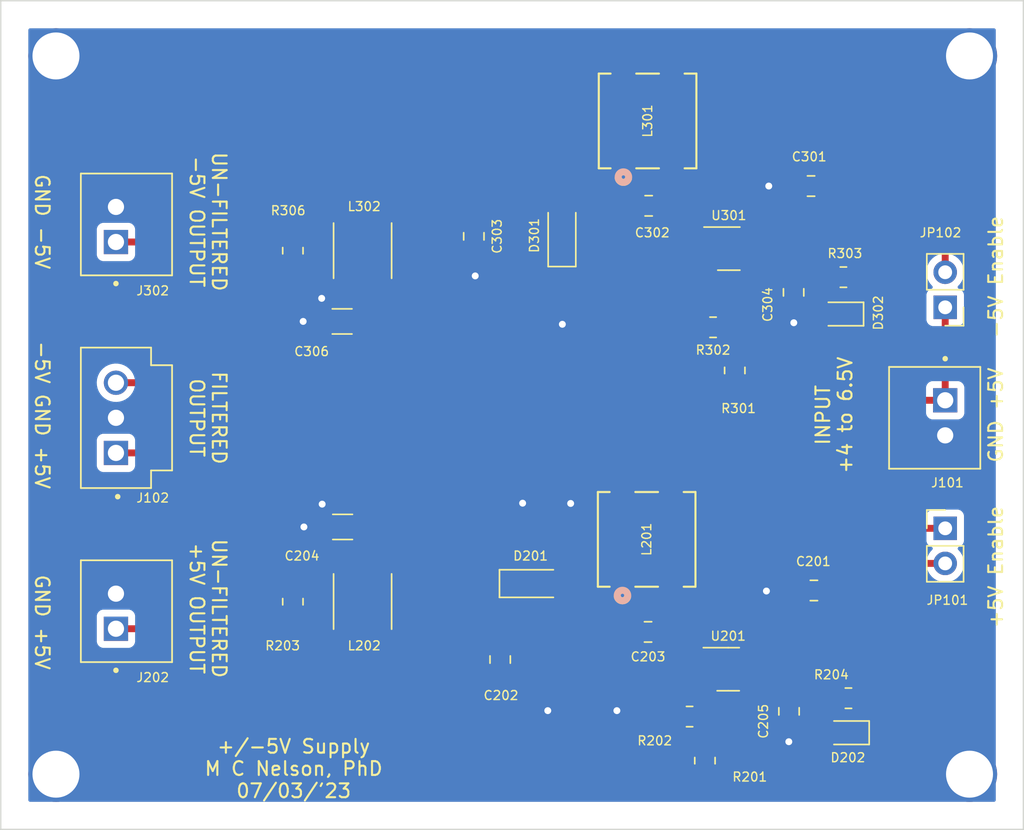
<source format=kicad_pcb>
(kicad_pcb (version 20211014) (generator pcbnew)
  (layers (0 "F.Cu" signal) (31 "B.Cu" signal) (34 "B.Paste" user) (35 "F.Paste" user) (36 "B.SilkS" user "B.Silkscreen") (37 "F.SilkS" user "F.Silkscreen") (38 "B.Mask" user) (39 "F.Mask" user) (44 "Edge.Cuts" user))
  (net 0 "")
  (net 1 "+5V_input_+side")
  (net 2 "Earth")
  (net 3 "+5V_unfiltered_output")
  (net 4 "Net-(C203-Pad1)")
  (net 5 "Net-(C203-Pad2)")
  (net 6 "+5V_filtered_output")
  (net 7 "Net-(C205-Pad1)")
  (net 8 "+5V_input_-side")
  (net 9 "Net-(C302-Pad1)")
  (net 10 "Net-(C302-Pad2)")
  (net 11 "-5V_unfiltered_output")
  (net 12 "Net-(C304-Pad1)")
  (net 13 "-5V_filtered_output")
  (net 14 "/+4_6.5V_input")
  (net 15 "Net-(R201-Pad2)")
  (net 16 "Net-(R301-Pad2)")
  (footprint "Connector_PinHeader_2.54mm:PinHeader_1x02_P2.54mm_Vertical" (layer "F.Cu") (at 136.34 76.2)
    (fp_text reference "JP101" (at 0.16 5.2 180) (layer "F.SilkS") (effects (font (size 0.65 0.65) (thickness 0.1))))
    (fp_text value "Jumper_2_Open")
    (fp_line (start -1.33 0) (end -1.33 -1.33) (layer "F.SilkS") (width 0.12))
    (fp_line (start -1.33 3.87) (end 1.33 3.87) (layer "F.SilkS") (width 0.12))
    (fp_line (start -1.33 1.27) (end 1.33 1.27) (layer "F.SilkS") (width 0.12))
    (fp_line (start -1.33 -1.33) (end 0 -1.33) (layer "F.SilkS") (width 0.12))
    (fp_line (start 1.33 1.27) (end 1.33 3.87) (layer "F.SilkS") (width 0.12))
    (fp_line (start -1.33 1.27) (end -1.33 3.87) (layer "F.SilkS") (width 0.12))
    (pad "1" thru_hole rect (at 0 0) (size 1.7 1.7) (drill 1) (layers *.Cu *.Mask) (net 14 "/+4_6.5V_input"))
    (pad "2" thru_hole oval (at 0 2.54) (size 1.7 1.7) (drill 1) (layers *.Cu *.Mask) (net 1 "+5V_input_+side"))
  )
  (footprint "Resistor_SMD:R_0805_2012Metric" (layer "F.Cu") (at 129.34 88.5 180)
    (fp_text reference "R204" (at 1.24 1.7) (layer "F.SilkS") (effects (font (size 0.65 0.65) (thickness 0.1))))
    (fp_text value "30k")
    (fp_line (start -0.227064 -0.735) (end 0.227064 -0.735) (layer "F.SilkS") (width 0.12))
    (fp_line (start -0.227064 0.735) (end 0.227064 0.735) (layer "F.SilkS") (width 0.12))
    (pad "1" smd roundrect (at -0.9125 0 180) (size 1.025 1.4) (layers "F.Cu" "F.Paste" "F.Mask") (roundrect_rratio 0.243902439) (net 1 "+5V_input_+side"))
    (pad "2" smd roundrect (at 0.9125 0 180) (size 1.025 1.4) (layers "F.Cu" "F.Paste" "F.Mask") (roundrect_rratio 0.243902439) (net 7 "Net-(C205-Pad1)"))
  )
  (footprint "705430002:MOLEX_70543-0002" (layer "F.Cu") (at 76.34 68.2 -90)
    (fp_text reference "J102" (at 5.8 -2.66 180) (layer "F.SilkS") (effects (font (size 0.65 0.65) (thickness 0.1))))
    (fp_text value "70543-0002")
    (fp_line (start -5.085 -2.54) (end -5.085 2.54) (layer "F.SilkS") (width 0.127))
    (fp_line (start -3.81 -4.06) (end -3.81 -2.54) (layer "F.SilkS") (width 0.127))
    (fp_line (start 5.085 -2.54) (end 3.81 -2.54) (layer "F.SilkS") (width 0.127))
    (fp_line (start 3.81 -2.54) (end 3.81 -4.06) (layer "F.SilkS") (width 0.127))
    (fp_line (start 3.81 -4.06) (end -3.81 -4.06) (layer "F.SilkS") (width 0.127))
    (fp_line (start -5.085 2.54) (end 5.085 2.54) (layer "F.SilkS") (width 0.127))
    (fp_line (start -3.81 -2.54) (end -5.085 -2.54) (layer "F.SilkS") (width 0.127))
    (fp_line (start 5.085 2.54) (end 5.085 -2.54) (layer "F.SilkS") (width 0.127))
    (fp_circle (center 5.708 -0.127) (end 5.808 -0.127) (layer "F.SilkS") (width 0.2) (fill none))
    (pad "1" thru_hole rect (at 2.54 0 270) (size 1.755 1.755) (drill 1.17) (layers *.Cu *.Mask) (net 6 "+5V_filtered_output"))
    (pad "2" thru_hole circle (at 0 0 270) (size 1.755 1.755) (drill 1.17) (layers *.Cu *.Mask) (net 2 "Earth"))
    (pad "3" thru_hole circle (at -2.54 0 270) (size 1.755 1.755) (drill 1.17) (layers *.Cu *.Mask) (net 13 "-5V_filtered_output"))
  )
  (footprint "Capacitor_SMD:C_0805_2012Metric" (layer "F.Cu") (at 125.04 89.45 -90)
    (fp_text reference "C205" (at 0.7225 1.85375 -90) (layer "F.SilkS") (effects (font (size 0.65 0.65) (thickness 0.1))))
    (fp_text value "68nf")
    (fp_line (start -0.261252 -0.735) (end 0.261252 -0.735) (layer "F.SilkS") (width 0.12))
    (fp_line (start -0.261252 0.735) (end 0.261252 0.735) (layer "F.SilkS") (width 0.12))
    (pad "1" smd roundrect (at -0.95 0 270) (size 1 1.45) (layers "F.Cu" "F.Paste" "F.Mask") (net 7 "Net-(C205-Pad1)"))
    (pad "2" smd roundrect (at 0.95 0 270) (size 1 1.45) (layers "F.Cu" "F.Paste" "F.Mask") (net 2 "Earth"))
  )
  (footprint "Capacitor_SMD:C_0805_2012Metric" (layer "F.Cu") (at 126.84 80.7 180)
    (fp_text reference "C201" (at 0.04 2.1) (layer "F.SilkS") (effects (font (size 0.65 0.65) (thickness 0.1))))
    (fp_text value "2.2uF")
    (fp_line (start -0.261252 0.735) (end 0.261252 0.735) (layer "F.SilkS") (width 0.12))
    (fp_line (start -0.261252 -0.735) (end 0.261252 -0.735) (layer "F.SilkS") (width 0.12))
    (pad "1" smd roundrect (at -0.95 0 180) (size 1 1.45) (layers "F.Cu" "F.Paste" "F.Mask") (net 1 "+5V_input_+side"))
    (pad "2" smd roundrect (at 0.95 0 180) (size 1 1.45) (layers "F.Cu" "F.Paste" "F.Mask") (net 2 "Earth"))
  )
  (footprint "CLS62NP-100NC:CLS62_SUM" (layer "F.Cu") (at 114.74 77 90)
    (fp_text reference "L201" (at 0 0 90 unlocked) (layer "F.SilkS") (effects (font (size 0.65 0.65) (thickness 0.1))))
    (fp_text value "CLS62NP-100NC")
    (fp_circle (center -4.064 -1.75) (end -3.683 -1.75) (layer "B.SilkS") (width 0.508) (fill none))
    (fp_line (start 3.429 3.5306) (end 3.429 2.679642) (layer "F.SilkS") (width 0.1524))
    (fp_line (start -3.429 3.5306) (end 3.429 3.5306) (layer "F.SilkS") (width 0.1524))
    (fp_line (start -3.429 -3.5306) (end -3.429 -2.679642) (layer "F.SilkS") (width 0.1524))
    (fp_line (start -3.429 -0.820362) (end -3.429 0.820362) (layer "F.SilkS") (width 0.1524))
    (fp_line (start 3.429 -3.5306) (end -3.429 -3.5306) (layer "F.SilkS") (width 0.1524))
    (fp_line (start -3.429 2.679642) (end -3.429 3.5306) (layer "F.SilkS") (width 0.1524))
    (fp_line (start 3.429 0.820362) (end 3.429 -0.820362) (layer "F.SilkS") (width 0.1524))
    (fp_line (start 3.429 -2.679642) (end 3.429 -3.5306) (layer "F.SilkS") (width 0.1524))
    (fp_arc (start -4.158241 -1.38084) (mid -4.445 -1.75) (end -4.158242 -2.119161) (layer "F.SilkS") (width 0.508))
    (pad "1" smd rect (at -3.000002 -1.750002 90) (size 1.2954 1.1938) (layers "F.Cu" "F.Paste" "F.Mask") (net 5 "Net-(C203-Pad2)"))
    (pad "2" smd rect (at -3.000002 1.750002 90) (size 1.2954 1.1938) (layers "F.Cu" "F.Paste" "F.Mask") (net 4 "Net-(C203-Pad1)"))
    (pad "3" smd rect (at 3.000002 1.750002 90) (size 1.2954 1.1938) (layers "F.Cu" "F.Paste" "F.Mask") (net 1 "+5V_input_+side"))
    (pad "4" smd rect (at 3.000002 -1.750002 90) (size 1.2954 1.1938) (layers "F.Cu" "F.Paste" "F.Mask") (net 2 "Earth"))
  )
  (footprint "Resistor_SMD:R_0805_2012Metric" (layer "F.Cu") (at 121.115 64.77 90)
    (fp_text reference "R301" (at -2.755 0.2725 180) (layer "F.SilkS") (effects (font (size 0.65 0.65) (thickness 0.1))))
    (fp_text value "29.4k")
    (fp_line (start -0.227064 -0.735) (end 0.227064 -0.735) (layer "F.SilkS") (width 0.12))
    (fp_line (start -0.227064 0.735) (end 0.227064 0.735) (layer "F.SilkS") (width 0.12))
    (pad "1" smd roundrect (at -0.9125 0 90) (size 1.025 1.4) (layers "F.Cu" "F.Paste" "F.Mask") (roundrect_rratio 0.243902439) (net 11 "-5V_unfiltered_output"))
    (pad "2" smd roundrect (at 0.9125 0 90) (size 1.025 1.4) (layers "F.Cu" "F.Paste" "F.Mask") (roundrect_rratio 0.243902439) (net 16 "Net-(R301-Pad2)"))
  )
  (footprint "Resistor_SMD:R_0805_2012Metric" (layer "F.Cu") (at 117.845 89.83 180)
    (fp_text reference "R202" (at 2.52 -1.75) (layer "F.SilkS") (effects (font (size 0.65 0.65) (thickness 0.1))))
    (fp_text value "82.5K")
    (fp_line (start -0.227064 0.735) (end 0.227064 0.735) (layer "F.SilkS") (width 0.12))
    (fp_line (start -0.227064 -0.735) (end 0.227064 -0.735) (layer "F.SilkS") (width 0.12))
    (pad "1" smd roundrect (at -0.9125 0 180) (size 1.025 1.4) (layers "F.Cu" "F.Paste" "F.Mask") (roundrect_rratio 0.243902439) (net 15 "Net-(R201-Pad2)"))
    (pad "2" smd roundrect (at 0.9125 0 180) (size 1.025 1.4) (layers "F.Cu" "F.Paste" "F.Mask") (roundrect_rratio 0.243902439) (net 2 "Earth"))
  )
  (footprint "Capacitor_SMD:C_1206_3216Metric" (layer "F.Cu") (at 92.705 61.22 180)
    (fp_text reference "C306" (at 2.205 -2.18) (layer "F.SilkS") (effects (font (size 0.65 0.65) (thickness 0.1))))
    (fp_text value "30uF")
    (fp_line (start -0.711252 -0.91) (end 0.711252 -0.91) (layer "F.SilkS") (width 0.12))
    (fp_line (start -0.711252 0.91) (end 0.711252 0.91) (layer "F.SilkS") (width 0.12))
    (pad "1" smd roundrect (at -1.475 0 180) (size 1.15 1.8) (layers "F.Cu" "F.Paste" "F.Mask") (roundrect_rratio 0.2173913043) (net 13 "-5V_filtered_output"))
    (pad "2" smd roundrect (at 1.475 0 180) (size 1.15 1.8) (layers "F.Cu" "F.Paste" "F.Mask") (roundrect_rratio 0.2173913043) (net 2 "Earth"))
  )
  (footprint "Capacitor_SMD:C_0805_2012Metric" (layer "F.Cu") (at 102.235 55.06 -90)
    (fp_text reference "C303" (at 0 -1.68 90) (layer "F.SilkS") (effects (font (size 0.65 0.65) (thickness 0.1))))
    (fp_text value "22uF")
    (fp_line (start -0.261252 -0.735) (end 0.261252 -0.735) (layer "F.SilkS") (width 0.12))
    (fp_line (start -0.261252 0.735) (end 0.261252 0.735) (layer "F.SilkS") (width 0.12))
    (pad "1" smd roundrect (at -0.95 0 270) (size 1 1.45) (layers "F.Cu" "F.Paste" "F.Mask") (net 11 "-5V_unfiltered_output"))
    (pad "2" smd roundrect (at 0.95 0 270) (size 1 1.45) (layers "F.Cu" "F.Paste" "F.Mask") (net 2 "Earth"))
  )
  (footprint "705430001:MOLEX_705430001" (layer "F.Cu") (at 136.34 68.2 90)
    (fp_text reference "J101" (at -4.7 0.16 180) (layer "F.SilkS") (effects (font (size 0.65 0.65) (thickness 0.1))))
    (fp_text value "705430001")
    (fp_line (start 3.685 2.54) (end -3.685 2.54) (layer "F.SilkS") (width 0.127))
    (fp_line (start 3.685 -4.06) (end 3.685 2.54) (layer "F.SilkS") (width 0.127))
    (fp_line (start -3.685 2.54) (end -3.685 -4.06) (layer "F.SilkS") (width 0.127))
    (fp_line (start -3.685 -4.06) (end 3.685 -4.06) (layer "F.SilkS") (width 0.127))
    (fp_circle (center 4.28 0) (end 4.38 0) (layer "F.SilkS") (width 0.2) (fill none))
    (pad "1" thru_hole rect (at 1.27 0 90) (size 1.755 1.755) (drill 1.17) (layers *.Cu *.Mask) (net 14 "/+4_6.5V_input"))
    (pad "2" thru_hole circle (at -1.27 0 90) (size 1.755 1.755) (drill 1.17) (layers *.Cu *.Mask) (net 2 "Earth"))
  )
  (footprint "Capacitor_SMD:C_0805_2012Metric" (layer "F.Cu") (at 104.14 85.7 -90)
    (fp_text reference "C202" (at 2.6 -0.06 180) (layer "F.SilkS") (effects (font (size 0.65 0.65) (thickness 0.1))))
    (fp_text value "10uF")
    (fp_line (start -0.261252 0.735) (end 0.261252 0.735) (layer "F.SilkS") (width 0.12))
    (fp_line (start -0.261252 -0.735) (end 0.261252 -0.735) (layer "F.SilkS") (width 0.12))
    (pad "1" smd roundrect (at -0.95 0 270) (size 1 1.45) (layers "F.Cu" "F.Paste" "F.Mask") (net 3 "+5V_unfiltered_output"))
    (pad "2" smd roundrect (at 0.95 0 270) (size 1 1.45) (layers "F.Cu" "F.Paste" "F.Mask") (net 2 "Earth"))
  )
  (footprint "Capacitor_SMD:C_0805_2012Metric" (layer "F.Cu") (at 114.84 83.7 180)
    (fp_text reference "C203" (at 0 -1.8) (layer "F.SilkS") (effects (font (size 0.65 0.65) (thickness 0.1))))
    (fp_text value "1uF")
    (fp_line (start -0.261252 0.735) (end 0.261252 0.735) (layer "F.SilkS") (width 0.12))
    (fp_line (start -0.261252 -0.735) (end 0.261252 -0.735) (layer "F.SilkS") (width 0.12))
    (pad "1" smd roundrect (at -0.95 0 180) (size 1 1.45) (layers "F.Cu" "F.Paste" "F.Mask") (net 4 "Net-(C203-Pad1)"))
    (pad "2" smd roundrect (at 0.95 0 180) (size 1 1.45) (layers "F.Cu" "F.Paste" "F.Mask") (net 5 "Net-(C203-Pad2)"))
  )
  (footprint "Resistor_SMD:R_0805_2012Metric" (layer "F.Cu") (at 89.14 81.5125 90)
    (fp_text reference "R203" (at -3.1875 -0.74 180) (layer "F.SilkS") (effects (font (size 0.65 0.65) (thickness 0.1))))
    (fp_text value "100ohm, 1/4W")
    (fp_line (start -0.227064 0.735) (end 0.227064 0.735) (layer "F.SilkS") (width 0.12))
    (fp_line (start -0.227064 -0.735) (end 0.227064 -0.735) (layer "F.SilkS") (width 0.12))
    (pad "1" smd roundrect (at -0.9125 0 90) (size 1.025 1.4) (layers "F.Cu" "F.Paste" "F.Mask") (roundrect_rratio 0.243902439) (net 3 "+5V_unfiltered_output"))
    (pad "2" smd roundrect (at 0.9125 0 90) (size 1.025 1.4) (layers "F.Cu" "F.Paste" "F.Mask") (roundrect_rratio 0.243902439) (net 6 "+5V_filtered_output"))
  )
  (footprint "705430001:MOLEX_705430001" (layer "F.Cu") (at 76.34 54.2 -90)
    (fp_text reference "J302" (at 4.8 -2.66) (layer "F.SilkS") (effects (font (size 0.65 0.65) (thickness 0.1))))
    (fp_text value "705430001")
    (fp_line (start -3.685 -4.06) (end 3.685 -4.06) (layer "F.SilkS") (width 0.127))
    (fp_line (start -3.685 2.54) (end -3.685 -4.06) (layer "F.SilkS") (width 0.127))
    (fp_line (start 3.685 2.54) (end -3.685 2.54) (layer "F.SilkS") (width 0.127))
    (fp_line (start 3.685 -4.06) (end 3.685 2.54) (layer "F.SilkS") (width 0.127))
    (fp_circle (center 4.28 0) (end 4.38 0) (layer "F.SilkS") (width 0.2) (fill none))
    (pad "1" thru_hole rect (at 1.27 0 270) (size 1.755 1.755) (drill 1.17) (layers *.Cu *.Mask) (net 11 "-5V_unfiltered_output"))
    (pad "2" thru_hole circle (at -1.27 0 270) (size 1.755 1.755) (drill 1.17) (layers *.Cu *.Mask) (net 2 "Earth"))
  )
  (footprint "Inductor_SMD:L_Taiyo-Yuden_NR-40xx" (layer "F.Cu") (at 94.18625 81.5 90)
    (fp_text reference "L202" (at -3.2 0.11375 180) (layer "F.SilkS") (effects (font (size 0.65 0.65) (thickness 0.1))))
    (fp_text value "10uH")
    (fp_line (start -2 -2.1) (end 2 -2.1) (layer "F.SilkS") (width 0.12))
    (fp_line (start -2 2.1) (end 2 2.1) (layer "F.SilkS") (width 0.12))
    (pad "1" smd rect (at -1.4 0 90) (size 1.2 3.7) (layers "F.Cu" "F.Paste" "F.Mask") (net 3 "+5V_unfiltered_output"))
    (pad "2" smd rect (at 1.4 0 90) (size 1.2 3.7) (layers "F.Cu" "F.Paste" "F.Mask") (net 6 "+5V_filtered_output"))
  )
  (footprint "Capacitor_SMD:C_1206_3216Metric" (layer "F.Cu") (at 92.74 76.1 180)
    (fp_text reference "C204" (at 2.94 -2.1) (layer "F.SilkS") (effects (font (size 0.65 0.65) (thickness 0.1))))
    (fp_text value "30uF")
    (fp_line (start -0.711252 -0.91) (end 0.711252 -0.91) (layer "F.SilkS") (width 0.12))
    (fp_line (start -0.711252 0.91) (end 0.711252 0.91) (layer "F.SilkS") (width 0.12))
    (pad "1" smd roundrect (at -1.475 0 180) (size 1.15 1.8) (layers "F.Cu" "F.Paste" "F.Mask") (roundrect_rratio 0.2173913043) (net 6 "+5V_filtered_output"))
    (pad "2" smd roundrect (at 1.475 0 180) (size 1.15 1.8) (layers "F.Cu" "F.Paste" "F.Mask") (roundrect_rratio 0.2173913043) (net 2 "Earth"))
  )
  (footprint "Capacitor_SMD:C_0805_2012Metric" (layer "F.Cu") (at 114.885 52.85 180)
    (fp_text reference "C302" (at -0.261252 -1.95) (layer "F.SilkS") (effects (font (size 0.65 0.65) (thickness 0.1))))
    (fp_text value "1uF")
    (fp_line (start -0.261252 0.735) (end 0.261252 0.735) (layer "F.SilkS") (width 0.12))
    (fp_line (start -0.261252 -0.735) (end 0.261252 -0.735) (layer "F.SilkS") (width 0.12))
    (pad "1" smd roundrect (at -0.95 0 180) (size 1 1.45) (layers "F.Cu" "F.Paste" "F.Mask") (net 9 "Net-(C302-Pad1)"))
    (pad "2" smd roundrect (at 0.95 0 180) (size 1 1.45) (layers "F.Cu" "F.Paste" "F.Mask") (net 10 "Net-(C302-Pad2)"))
  )
  (footprint "CLS62NP-100NC:CLS62_SUM" (layer "F.Cu") (at 114.8071 46.70745 90)
    (fp_text reference "L301" (at 0 0 90 unlocked) (layer "F.SilkS") (effects (font (size 0.65 0.65) (thickness 0.1))))
    (fp_text value "CLS62NP-100NC")
    (fp_circle (center -4.064 -1.75) (end -3.683 -1.75) (layer "B.SilkS") (width 0.508) (fill none))
    (fp_line (start -3.429 -3.5306) (end -3.429 -2.679642) (layer "F.SilkS") (width 0.1524))
    (fp_line (start 3.429 -2.679642) (end 3.429 -3.5306) (layer "F.SilkS") (width 0.1524))
    (fp_line (start -3.429 3.5306) (end 3.429 3.5306) (layer "F.SilkS") (width 0.1524))
    (fp_line (start -3.429 -0.820362) (end -3.429 0.820362) (layer "F.SilkS") (width 0.1524))
    (fp_line (start 3.429 0.820362) (end 3.429 -0.820362) (layer "F.SilkS") (width 0.1524))
    (fp_line (start 3.429 -3.5306) (end -3.429 -3.5306) (layer "F.SilkS") (width 0.1524))
    (fp_line (start 3.429 3.5306) (end 3.429 2.679642) (layer "F.SilkS") (width 0.1524))
    (fp_line (start -3.429 2.679642) (end -3.429 3.5306) (layer "F.SilkS") (width 0.1524))
    (fp_arc (start -4.158241 -1.38084) (mid -4.445 -1.75) (end -4.158242 -2.119161) (layer "F.SilkS") (width 0.508))
    (pad "1" smd rect (at -3.000002 -1.750002 90) (size 1.2954 1.1938) (layers "F.Cu" "F.Paste" "F.Mask") (net 10 "Net-(C302-Pad2)"))
    (pad "2" smd rect (at -3.000002 1.750002 90) (size 1.2954 1.1938) (layers "F.Cu" "F.Paste" "F.Mask") (net 9 "Net-(C302-Pad1)"))
    (pad "3" smd rect (at 3.000002 1.750002 90) (size 1.2954 1.1938) (layers "F.Cu" "F.Paste" "F.Mask") (net 8 "+5V_input_-side"))
    (pad "4" smd rect (at 3.000002 -1.750002 90) (size 1.2954 1.1938) (layers "F.Cu" "F.Paste" "F.Mask") (net 11 "-5V_unfiltered_output"))
  )
  (footprint "Connector_PinHeader_2.54mm:PinHeader_1x02_P2.54mm_Vertical" (layer "F.Cu") (at 136.34 60.2 180)
    (fp_text reference "JP102" (at 0.34 5.4 180) (layer "F.SilkS") (effects (font (size 0.65 0.65) (thickness 0.1))))
    (fp_text value "Jumper_2_Open")
    (fp_line (start -1.33 1.27) (end -1.33 3.87) (layer "F.SilkS") (width 0.12))
    (fp_line (start -1.33 -1.33) (end 0 -1.33) (layer "F.SilkS") (width 0.12))
    (fp_line (start -1.33 3.87) (end 1.33 3.87) (layer "F.SilkS") (width 0.12))
    (fp_line (start -1.33 1.27) (end 1.33 1.27) (layer "F.SilkS") (width 0.12))
    (fp_line (start 1.33 1.27) (end 1.33 3.87) (layer "F.SilkS") (width 0.12))
    (fp_line (start -1.33 0) (end -1.33 -1.33) (layer "F.SilkS") (width 0.12))
    (pad "1" thru_hole rect (at 0 0 180) (size 1.7 1.7) (drill 1) (layers *.Cu *.Mask) (net 14 "/+4_6.5V_input"))
    (pad "2" thru_hole oval (at 0 2.54 180) (size 1.7 1.7) (drill 1) (layers *.Cu *.Mask) (net 8 "+5V_input_-side"))
  )
  (footprint "Package_TO_SOT_SMD:TSOT-23-5" (layer "F.Cu") (at 120.64 86.4)
    (fp_text reference "U201" (at 0 -2.4) (layer "F.SilkS") (effects (font (size 0.65 0.65) (thickness 0.1))))
    (fp_text value "LT1930ES5-TRMPBF")
    (fp_line (start 0 -1.56) (end 0.8 -1.56) (layer "F.SilkS") (width 0.12))
    (fp_line (start 0 1.56) (end -0.8 1.56) (layer "F.SilkS") (width 0.12))
    (fp_line (start 0 1.56) (end 0.8 1.56) (layer "F.SilkS") (width 0.12))
    (fp_line (start 0 -1.56) (end -1.8 -1.56) (layer "F.SilkS") (width 0.12))
    (pad "1" smd roundrect (at -1.1375 -0.95) (size 1.325 0.6) (layers "F.Cu" "F.Paste" "F.Mask") (net 4 "Net-(C203-Pad1)"))
    (pad "2" smd roundrect (at -1.1375 0) (size 1.325 0.6) (layers "F.Cu" "F.Paste" "F.Mask") (net 2 "Earth"))
    (pad "3" smd roundrect (at -1.1375 0.95) (size 1.325 0.6) (layers "F.Cu" "F.Paste" "F.Mask") (net 15 "Net-(R201-Pad2)"))
    (pad "4" smd roundrect (at 1.1375 0.95) (size 1.325 0.6) (layers "F.Cu" "F.Paste" "F.Mask") (net 7 "Net-(C205-Pad1)"))
    (pad "5" smd roundrect (at 1.1375 -0.95) (size 1.325 0.6) (layers "F.Cu" "F.Paste" "F.Mask") (net 1 "+5V_input_+side"))
  )
  (footprint "Diode_SMD:D_SOD-123" (layer "F.Cu") (at 106.34 80.2)
    (fp_text reference "D201" (at 0 -2) (layer "F.SilkS") (effects (font (size 0.65 0.65) (thickness 0.1))))
    (fp_text value "MBR0520")
    (fp_line (start -2.25 -1) (end -2.25 1) (layer "F.SilkS") (width 0.12))
    (fp_line (start -2.25 -1) (end 1.65 -1) (layer "F.SilkS") (width 0.12))
    (fp_line (start -2.25 1) (end 1.65 1) (layer "F.SilkS") (width 0.12))
    (pad "1" smd rect (at -1.65 0) (size 0.9 1.2) (layers "F.Cu" "F.Paste" "F.Mask") (net 3 "+5V_unfiltered_output"))
    (pad "2" smd rect (at 1.65 0) (size 0.9 1.2) (layers "F.Cu" "F.Paste" "F.Mask") (net 5 "Net-(C203-Pad2)"))
  )
  (footprint "Resistor_SMD:R_0805_2012Metric" (layer "F.Cu") (at 128.975 58.01625 180)
    (fp_text reference "R303" (at -0.11 1.71625) (layer "F.SilkS") (effects (font (size 0.65 0.65) (thickness 0.1))))
    (fp_text value "15k")
    (fp_line (start -0.227064 -0.735) (end 0.227064 -0.735) (layer "F.SilkS") (width 0.12))
    (fp_line (start -0.227064 0.735) (end 0.227064 0.735) (layer "F.SilkS") (width 0.12))
    (pad "1" smd roundrect (at -0.9125 0 180) (size 1.025 1.4) (layers "F.Cu" "F.Paste" "F.Mask") (roundrect_rratio 0.243902439) (net 8 "+5V_input_-side"))
    (pad "2" smd roundrect (at 0.9125 0 180) (size 1.025 1.4) (layers "F.Cu" "F.Paste" "F.Mask") (roundrect_rratio 0.243902439) (net 12 "Net-(C304-Pad1)"))
  )
  (footprint "Capacitor_SMD:C_0805_2012Metric" (layer "F.Cu") (at 125.3725 59.11625 -90)
    (fp_text reference "C304" (at 0.88375 1.8725 -90) (layer "F.SilkS") (effects (font (size 0.65 0.65) (thickness 0.1))))
    (fp_text value "68nf")
    (fp_line (start -0.261252 0.735) (end 0.261252 0.735) (layer "F.SilkS") (width 0.12))
    (fp_line (start -0.261252 -0.735) (end 0.261252 -0.735) (layer "F.SilkS") (width 0.12))
    (pad "1" smd roundrect (at -0.95 0 270) (size 1 1.45) (layers "F.Cu" "F.Paste" "F.Mask") (net 12 "Net-(C304-Pad1)"))
    (pad "2" smd roundrect (at 0.95 0 270) (size 1 1.45) (layers "F.Cu" "F.Paste" "F.Mask") (net 2 "Earth"))
  )
  (footprint "Diode_SMD:D_SOD-123" (layer "F.Cu") (at 108.6125 55 90)
    (fp_text reference "D301" (at 0 -2 90) (layer "F.SilkS") (effects (font (size 0.65 0.65) (thickness 0.1))))
    (fp_text value "MBR0520")
    (fp_line (start -2.25 1) (end 1.65 1) (layer "F.SilkS") (width 0.12))
    (fp_line (start -2.25 -1) (end -2.25 1) (layer "F.SilkS") (width 0.12))
    (fp_line (start -2.25 -1) (end 1.65 -1) (layer "F.SilkS") (width 0.12))
    (pad "1" smd rect (at -1.65 0 90) (size 0.9 1.2) (layers "F.Cu" "F.Paste" "F.Mask") (net 2 "Earth"))
    (pad "2" smd rect (at 1.65 0 90) (size 0.9 1.2) (layers "F.Cu" "F.Paste" "F.Mask") (net 10 "Net-(C302-Pad2)"))
  )
  (footprint "Diode_SMD:D_SOD-323" (layer "F.Cu") (at 128.935 60.68625 180)
    (fp_text reference "D302" (at -2.565 0.08625 90) (layer "F.SilkS") (effects (font (size 0.65 0.65) (thickness 0.1))))
    (fp_text value "1n4148")
    (fp_line (start -1.5 -0.85) (end -1.5 0.85) (layer "F.SilkS") (width 0.12))
    (fp_line (start -1.5 -0.85) (end 1.05 -0.85) (layer "F.SilkS") (width 0.12))
    (fp_line (start -1.5 0.85) (end 1.05 0.85) (layer "F.SilkS") (width 0.12))
    (pad "1" smd rect (at -1.05 0 180) (size 0.6 0.45) (layers "F.Cu" "F.Paste" "F.Mask") (net 8 "+5V_input_-side"))
    (pad "2" smd rect (at 1.05 0 180) (size 0.6 0.45) (layers "F.Cu" "F.Paste" "F.Mask") (net 12 "Net-(C304-Pad1)"))
  )
  (footprint "Package_TO_SOT_SMD:TSOT-23-5" (layer "F.Cu") (at 120.685 55.95)
    (fp_text reference "U301" (at 0 -2.4) (layer "F.SilkS") (effects (font (size 0.65 0.65) (thickness 0.1))))
    (fp_text value "LT1931E")
    (fp_line (start 0 1.56) (end 0.8 1.56) (layer "F.SilkS") (width 0.12))
    (fp_line (start 0 -1.56) (end 0.8 -1.56) (layer "F.SilkS") (width 0.12))
    (fp_line (start 0 -1.56) (end -1.8 -1.56) (layer "F.SilkS") (width 0.12))
    (fp_line (start 0 1.56) (end -0.8 1.56) (layer "F.SilkS") (width 0.12))
    (pad "1" smd roundrect (at -1.1375 -0.95) (size 1.325 0.6) (layers "F.Cu" "F.Paste" "F.Mask") (net 9 "Net-(C302-Pad1)") (clearance 0.3))
    (pad "2" smd roundrect (at -1.1375 0) (size 1.325 0.6) (layers "F.Cu" "F.Paste" "F.Mask") (net 2 "Earth") (clearance 0.3))
    (pad "3" smd roundrect (at -1.1375 0.95) (size 1.325 0.6) (layers "F.Cu" "F.Paste" "F.Mask") (net 16 "Net-(R301-Pad2)") (clearance 0.3))
    (pad "4" smd roundrect (at 1.1375 0.95) (size 1.325 0.6) (layers "F.Cu" "F.Paste" "F.Mask") (net 12 "Net-(C304-Pad1)") (clearance 0.3))
    (pad "5" smd roundrect (at 1.1375 -0.95) (size 1.325 0.6) (layers "F.Cu" "F.Paste" "F.Mask") (net 8 "+5V_input_-side") (clearance 0.3))
  )
  (footprint "Inductor_SMD:L_Taiyo-Yuden_NR-40xx" (layer "F.Cu") (at 94.18625 56.1 -90)
    (fp_text reference "L302" (at -3.2 -0.11375) (layer "F.SilkS") (effects (font (size 0.65 0.65) (thickness 0.1))))
    (fp_text value "10uH")
    (fp_line (start -2 -2.1) (end 2 -2.1) (layer "F.SilkS") (width 0.12))
    (fp_line (start -2 2.1) (end 2 2.1) (layer "F.SilkS") (width 0.12))
    (pad "1" smd rect (at -1.4 0 270) (size 1.2 3.7) (layers "F.Cu" "F.Paste" "F.Mask") (net 11 "-5V_unfiltered_output"))
    (pad "2" smd rect (at 1.4 0 270) (size 1.2 3.7) (layers "F.Cu" "F.Paste" "F.Mask") (net 13 "-5V_filtered_output"))
  )
  (footprint "Capacitor_SMD:C_0805_2012Metric" (layer "F.Cu") (at 126.635 51.42 180)
    (fp_text reference "C301" (at 0.135 2.12) (layer "F.SilkS") (effects (font (size 0.65 0.65) (thickness 0.1))))
    (fp_text value "4.7uF")
    (fp_line (start -0.261252 0.735) (end 0.261252 0.735) (layer "F.SilkS") (width 0.12))
    (fp_line (start -0.261252 -0.735) (end 0.261252 -0.735) (layer "F.SilkS") (width 0.12))
    (pad "1" smd roundrect (at -0.95 0 180) (size 1 1.45) (layers "F.Cu" "F.Paste" "F.Mask") (net 8 "+5V_input_-side"))
    (pad "2" smd roundrect (at 0.95 0 180) (size 1 1.45) (layers "F.Cu" "F.Paste" "F.Mask") (net 2 "Earth"))
  )
  (footprint "Resistor_SMD:R_0805_2012Metric" (layer "F.Cu") (at 118.955 93.02 90)
    (fp_text reference "R201" (at -1.18 3.245 180) (layer "F.SilkS") (effects (font (size 0.65 0.65) (thickness 0.1))))
    (fp_text value "243K")
    (fp_line (start -0.227064 -0.735) (end 0.227064 -0.735) (layer "F.SilkS") (width 0.12))
    (fp_line (start -0.227064 0.735) (end 0.227064 0.735) (layer "F.SilkS") (width 0.12))
    (pad "1" smd roundrect (at -0.9125 0 90) (size 1.025 1.4) (layers "F.Cu" "F.Paste" "F.Mask") (roundrect_rratio 0.243902439) (net 3 "+5V_unfiltered_output"))
    (pad "2" smd roundrect (at 0.9125 0 90) (size 1.025 1.4) (layers "F.Cu" "F.Paste" "F.Mask") (roundrect_rratio 0.243902439) (net 15 "Net-(R201-Pad2)"))
  )
  (footprint "705430001:MOLEX_705430001" (layer "F.Cu") (at 76.34 82.2 -90)
    (fp_text reference "J202" (at 4.8 -2.66) (layer "F.SilkS") (effects (font (size 0.65 0.65) (thickness 0.1))))
    (fp_text value "705430001")
    (fp_line (start 3.685 2.54) (end -3.685 2.54) (layer "F.SilkS") (width 0.127))
    (fp_line (start -3.685 2.54) (end -3.685 -4.06) (layer "F.SilkS") (width 0.127))
    (fp_line (start 3.685 -4.06) (end 3.685 2.54) (layer "F.SilkS") (width 0.127))
    (fp_line (start -3.685 -4.06) (end 3.685 -4.06) (layer "F.SilkS") (width 0.127))
    (fp_circle (center 4.28 0) (end 4.38 0) (layer "F.SilkS") (width 0.2) (fill none))
    (pad "1" thru_hole rect (at 1.27 0 270) (size 1.755 1.755) (drill 1.17) (layers *.Cu *.Mask) (net 3 "+5V_unfiltered_output"))
    (pad "2" thru_hole circle (at -1.27 0 270) (size 1.755 1.755) (drill 1.17) (layers *.Cu *.Mask) (net 2 "Earth"))
  )
  (footprint "Resistor_SMD:R_0805_2012Metric" (layer "F.Cu") (at 89.14 56.1 -90)
    (fp_text reference "R306" (at -2.9 0.34 180) (layer "F.SilkS") (effects (font (size 0.65 0.65) (thickness 0.1))))
    (fp_text value "100ohm, 1/4W")
    (fp_line (start -0.227064 0.735) (end 0.227064 0.735) (layer "F.SilkS") (width 0.12))
    (fp_line (start -0.227064 -0.735) (end 0.227064 -0.735) (layer "F.SilkS") (width 0.12))
    (pad "1" smd roundrect (at -0.9125 0 270) (size 1.025 1.4) (layers "F.Cu" "F.Paste" "F.Mask") (roundrect_rratio 0.243902439) (net 11 "-5V_unfiltered_output"))
    (pad "2" smd roundrect (at 0.9125 0 270) (size 1.025 1.4) (layers "F.Cu" "F.Paste" "F.Mask") (roundrect_rratio 0.243902439) (net 13 "-5V_filtered_output"))
  )
  (footprint "Resistor_SMD:R_0805_2012Metric" (layer "F.Cu") (at 119.545 61.645 180)
    (fp_text reference "R302" (at 0 -1.65) (layer "F.SilkS") (effects (font (size 0.65 0.65) (thickness 0.1))))
    (fp_text value "10k")
    (fp_line (start -0.227064 -0.735) (end 0.227064 -0.735) (layer "F.SilkS") (width 0.12))
    (fp_line (start -0.227064 0.735) (end 0.227064 0.735) (layer "F.SilkS") (width 0.12))
    (pad "1" smd roundrect (at -0.9125 0 180) (size 1.025 1.4) (layers "F.Cu" "F.Paste" "F.Mask") (roundrect_rratio 0.243902439) (net 16 "Net-(R301-Pad2)"))
    (pad "2" smd roundrect (at 0.9125 0 180) (size 1.025 1.4) (layers "F.Cu" "F.Paste" "F.Mask") (roundrect_rratio 0.243902439) (net 2 "Earth"))
  )
  (footprint "Diode_SMD:D_SOD-323" (layer "F.Cu") (at 129.34 91 180)
    (fp_text reference "D202" (at 0.04 -1.8) (layer "F.SilkS") (effects (font (size 0.65 0.65) (thickness 0.1))))
    (fp_text value "1n4148")
    (fp_line (start -1.5 0.85) (end 1.05 0.85) (layer "F.SilkS") (width 0.12))
    (fp_line (start -1.5 -0.85) (end 1.05 -0.85) (layer "F.SilkS") (width 0.12))
    (fp_line (start -1.5 -0.85) (end -1.5 0.85) (layer "F.SilkS") (width 0.12))
    (pad "1" smd rect (at -1.05 0 180) (size 0.6 0.45) (layers "F.Cu" "F.Paste" "F.Mask") (net 1 "+5V_input_+side"))
    (pad "2" smd rect (at 1.05 0 180) (size 0.6 0.45) (layers "F.Cu" "F.Paste" "F.Mask") (net 7 "Net-(C205-Pad1)"))
  )
  (gr_rect (start 68 38) (end 142 98) (layer "Edge.Cuts") (width 0.1) (fill none))
  (gr_text "GND +5V" (at 71 83 270) (layer "F.SilkS") (effects (font (size 1 1))))
  (gr_text "UN-FILTERED\n-5V OUTPUT" (at 83 54 270) (layer "F.SilkS") (effects (font (size 1 1))))
  (gr_text "UN-FILTERED\n+5V OUTPUT" (at 83 82 270) (layer "F.SilkS") (effects (font (size 1 1))))
  (gr_text "GND +5V" (at 140 68 90) (layer "F.SilkS") (effects (font (size 1 1))))
  (gr_text "GND -5V" (at 71 54 270) (layer "F.SilkS") (effects (font (size 1 1))))
  (gr_text "-5V GND +5V" (at 71 68 270) (layer "F.SilkS") (effects (font (size 1 1))))
  (gr_text "+/-5V Supply\nM C Nelson, PhD\n07/03/'23" (at 89.2 93.6) (layer "F.SilkS") (effects (font (size 1 1))))
  (gr_text "-5V Enable" (at 140 58 90) (layer "F.SilkS") (effects (font (size 1 1))))
  (gr_text "+5V Enable" (at 140 79 90) (layer "F.SilkS") (effects (font (size 1 1))))
  (gr_text "INPUT\n+4 to 6.5V" (at 128.3 68 90) (layer "F.SilkS") (effects (font (size 1 1))))
  (gr_text "FILTERED\nOUTPUT" (at 83 68.2 270) (layer "F.SilkS") (effects (font (size 1 1))))
  (segment (start 130.2525 88.5) (end 130.39 88.6375) (width 0.5) (layer "F.Cu") (net 1))
  (segment (start 130.58 78.74) (end 130.54 78.7) (width 0.25) (layer "F.Cu") (net 1))
  (segment (start 130.2525 85.0775) (end 130.245 85.07) (width 0.5) (layer "F.Cu") (net 1))
  (segment (start 130.39 88.6375) (end 130.39 91) (width 0.5) (layer "F.Cu") (net 1))
  (segment (start 130.2525 88.5) (end 130.2525 85.0775) (width 0.5) (layer "F.Cu") (net 1))
  (segment (start 136.34 78.74) (end 130.58 78.74) (width 0.5) (layer "F.Cu") (net 1))
  (segment (start 125.04 91.855) (end 125.025 91.87) (width 0.5) (layer "F.Cu") (net 2))
  (segment (start 125.04 90.4) (end 125.04 91.65) (width 0.5) (layer "F.Cu") (net 2))
  (segment (start 125.3725 60.06625) (end 125.3725 61.31625) (width 0.35) (layer "F.Cu") (net 2))
  (segment (start 89.885 61.22) (end 91.23 61.22) (width 0.5) (layer "F.Cu") (net 2))
  (segment (start 91.265 76.1) (end 89.94 76.1) (width 0.5) (layer "F.Cu") (net 2))
  (segment (start 91.26 74.45) (end 91.26 76.095) (width 0.5) (layer "F.Cu") (net 2))
  (segment (start 91.225 61.215) (end 91.23 61.22) (width 0.25) (layer "F.Cu") (net 2))
  (segment (start 91.225 59.55) (end 91.225 61.215) (width 0.5) (layer "F.Cu") (net 2))
  (via (at 105.765 74.38) (size 1) (drill 0.5) (layers "F.Cu" "B.Cu") (net 2))
  (via (at 109.24 74.4) (size 1) (drill 0.5) (layers "F.Cu" "B.Cu") (net 2))
  (via (at 91.225 59.55) (size 1) (drill 0.5) (layers "F.Cu" "B.Cu") (net 2))
  (via (at 125.385 61.31625) (size 1) (drill 0.5) (layers "F.Cu" "B.Cu") (net 2))
  (via (at 89.94 76.1) (size 1) (drill 0.5) (layers "F.Cu" "B.Cu") (net 2))
  (via (at 107.585 89.4) (size 1) (drill 0.5) (layers "F.Cu" "B.Cu") (net 2))
  (via (at 123.575 51.42) (size 1) (drill 0.5) (layers "F.Cu" "B.Cu") (net 2))
  (via (at 138.09925 94) (size 4) (drill 3.4) (layers "F.Cu" "B.Cu") (net 2))
  (via (at 72 42) (size 4) (drill 3.4) (layers "F.Cu" "B.Cu") (net 2))
  (via (at 112.585 89.4) (size 1) (drill 0.5) (layers "F.Cu" "B.Cu") (net 2))
  (via (at 108.639 61.428) (size 1) (drill 0.5) (layers "F.Cu" "B.Cu") (net 2))
  (via (at 89.885 61.22) (size 1) (drill 0.5) (layers "F.Cu" "B.Cu") (net 2))
  (via (at 123.405 80.74) (size 1) (drill 0.5) (layers "F.Cu" "B.Cu") (net 2))
  (via (at 125.025 91.65) (size 1) (drill 0.5) (layers "F.Cu" "B.Cu") (net 2))
  (via (at 102.335 57.925) (size 1) (drill 0.5) (layers "F.Cu" "B.Cu") (net 2))
  (via (at 138.09925 42) (size 4) (drill 3.4) (layers "F.Cu" "B.Cu") (net 2))
  (via (at 91.26 74.45) (size 1) (drill 0.5) (layers "F.Cu" "B.Cu") (net 2))
  (via (at 72 94) (size 4) (drill 3.4) (layers "F.Cu" "B.Cu") (net 2))
  (segment (start 100.725 84.29) (end 102.115 82.9) (width 0.5) (layer "F.Cu") (net 3))
  (segment (start 94.18625 82.9) (end 89.615 82.9) (width 0.5) (layer "F.Cu") (net 3))
  (segment (start 101.1475 93.9125) (end 100.725 93.49) (width 0.5) (layer "F.Cu") (net 3))
  (segment (start 82.45 82.54) (end 89.025 82.54) (width 0.5) (layer "F.Cu") (net 3))
  (segment (start 89.615 82.9) (end 89.14 82.425) (width 0.5) (layer "F.Cu") (net 3))
  (segment (start 118.785 93.9125) (end 101.1475 93.9125) (width 0.5) (layer "F.Cu") (net 3))
  (segment (start 76.34 83.47) (end 81.52 83.47) (width 0.5) (layer "F.Cu") (net 3))
  (segment (start 102.115 82.9) (end 94.18625 82.9) (width 0.5) (layer "F.Cu") (net 3))
  (segment (start 89.025 82.54) (end 89.14 82.425) (width 0.25) (layer "F.Cu") (net 3))
  (segment (start 100.725 93.49) (end 100.725 84.29) (width 0.5) (layer "F.Cu") (net 3))
  (segment (start 81.52 83.47) (end 82.45 82.54) (width 0.5) (layer "F.Cu") (net 3))
  (segment (start 92.63 70.74) (end 94.215 72.325) (width 0.5) (layer "F.Cu") (net 6))
  (segment (start 94.18625 80.1) (end 94.18625 76.12875) (width 0.5) (layer "F.Cu") (net 6))
  (segment (start 94.18625 76.12875) (end 94.215 76.1) (width 0.5) (layer "F.Cu") (net 6))
  (segment (start 94.18625 80.1) (end 89.64 80.1) (width 0.5) (layer "F.Cu") (net 6))
  (segment (start 94.215 72.325) (end 94.215 76.1) (width 0.5) (layer "F.Cu") (net 6))
  (segment (start 89.64 80.1) (end 89.14 80.6) (width 0.5) (layer "F.Cu") (net 6))
  (segment (start 76.34 70.74) (end 92.63 70.74) (width 0.5) (layer "F.Cu") (net 6))
  (segment (start 128.29 88.6375) (end 128.29 91) (width 0.5) (layer "F.Cu") (net 7))
  (segment (start 128.4275 88.5) (end 128.29 88.6375) (width 0.5) (layer "F.Cu") (net 7))
  (segment (start 121.7775 87.35) (end 123.94 87.35) (width 0.5) (layer "F.Cu") (net 7))
  (segment (start 123.94 87.35) (end 125.04 88.45) (width 0.5) (layer "F.Cu") (net 7))
  (segment (start 125.04 88.5) (end 128.4275 88.5) (width 0.5) (layer "F.Cu") (net 7))
  (segment (start 129.91375 57.99) (end 129.8875 58.01625) (width 0.5) (layer "F.Cu") (net 8))
  (segment (start 129.8875 58.01625) (end 129.8875 54.7025) (width 0.5) (layer "F.Cu") (net 8))
  (segment (start 136.34 55.955) (end 136.34 57.66) (width 0.5) (layer "F.Cu") (net 8))
  (segment (start 130.585 52.6) (end 132.985 52.6) (width 0.5) (layer "F.Cu") (net 8))
  (segment (start 129.985 58.11375) (end 129.8875 58.01625) (width 0.5) (layer "F.Cu") (net 8))
  (segment (start 129.985 60.68625) (end 129.985 58.11375) (width 0.5) (layer "F.Cu") (net 8))
  (segment (start 132.985 52.6) (end 136.34 55.955) (width 0.5) (layer "F.Cu") (net 8))
  (segment (start 98.3125 52.2175) (end 98.88 51.65) (width 0.5) (layer "F.Cu") (net 11))
  (segment (start 121.115 65.6825) (end 99.3675 65.6825) (width 0.5) (layer "F.Cu") (net 11))
  (segment (start 96.185 50.2) (end 98.285 48.1) (width 0.5) (layer "F.Cu") (net 11))
  (segment (start 81.16 55.47) (end 81.4425 55.1875) (width 0.5) (layer "F.Cu") (net 11))
  (segment (start 99.3675 65.6825) (end 98.3125 64.6275) (width 0.5) (layer "F.Cu") (net 11))
  (segment (start 98.285 48.1) (end 98.485 47.9) (width 0.25) (layer "F.Cu") (net 11))
  (segment (start 89.6275 54.7) (end 89.14 55.1875) (width 0.35) (layer "F.Cu") (net 11))
  (segment (start 98.88 51.65) (end 100.31 51.65) (width 0.5) (layer "F.Cu") (net 11))
  (segment (start 94.185 54.7) (end 89.6275 54.7) (width 0.35) (layer "F.Cu") (net 11))
  (segment (start 98.3125 64.6275) (end 98.3125 52.2175) (width 0.5) (layer "F.Cu") (net 11))
  (segment (start 76.34 55.47) (end 81.16 55.47) (width 0.5) (layer "F.Cu") (net 11))
  (segment (start 81.4425 55.1875) (end 89.14 55.1875) (width 0.5) (layer "F.Cu") (net 11))
  (segment (start 98.485 47.9) (end 102.185 47.9) (width 0.5) (layer "F.Cu") (net 11))
  (segment (start 94.185 54.7) (end 94.185 52.2) (width 0.5) (layer "F.Cu") (net 11))
  (segment (start 94.185 52.2) (end 96.185 50.2) (width 0.5) (layer "F.Cu") (net 11))
  (segment (start 127.885 58.19375) (end 128.0625 58.01625) (width 0.25) (layer "F.Cu") (net 12))
  (segment (start 128.0175 57.97125) (end 128.0625 58.01625) (width 0.25) (layer "F.Cu") (net 12))
  (segment (start 127.9125 58.16625) (end 128.0625 58.01625) (width 0.35) (layer "F.Cu") (net 12))
  (segment (start 121.8225 56.9) (end 124.10625 56.9) (width 0.35) (layer "F.Cu") (net 12))
  (segment (start 125.3725 58.16625) (end 127.9125 58.16625) (width 0.35) (layer "F.Cu") (net 12))
  (segment (start 127.885 60.68625) (end 127.885 58.19375) (width 0.25) (layer "F.Cu") (net 12))
  (segment (start 124.10625 56.9) (end 125.3725 58.16625) (width 0.35) (layer "F.Cu") (net 12))
  (segment (start 92.86 65.66) (end 94.18 64.34) (width 0.5) (layer "F.Cu") (net 13))
  (segment (start 94.185 57.5) (end 94.185 61.215) (width 0.5) (layer "F.Cu") (net 13))
  (segment (start 94.185 61.215) (end 94.18 61.22) (width 0.35) (layer "F.Cu") (net 13))
  (segment (start 76.34 65.66) (end 92.86 65.66) (width 0.5) (layer "F.Cu") (net 13))
  (segment (start 89.6275 57.5) (end 89.14 57.0125) (width 0.35) (layer "F.Cu") (net 13))
  (segment (start 94.185 57.5) (end 89.6275 57.5) (width 0.35) (layer "F.Cu") (net 13))
  (segment (start 94.18 64.34) (end 94.18 61.22) (width 0.5) (layer "F.Cu") (net 13))
  (segment (start 136.34 66.93) (end 134.31 66.93) (width 0.5) (layer "F.Cu") (net 14))
  (segment (start 136.34 60.2) (end 136.34 66.93) (width 0.5) (layer "F.Cu") (net 14))
  (segment (start 133.84 67.4) (end 133.84 75.4) (width 0.5) (layer "F.Cu") (net 14))
  (segment (start 134.31 66.93) (end 133.84 67.4) (width 0.5) (layer "F.Cu") (net 14))
  (segment (start 134.64 76.2) (end 136.34 76.2) (width 0.5) (layer "F.Cu") (net 14))
  (segment (start 133.84 75.4) (end 134.64 76.2) (width 0.5) (layer "F.Cu") (net 14))
  (zone (net 4) (net_name "Net-(C203-Pad1)") (layer "F.Cu") (connect_pads yes (clearance 0.3)) (min_thickness 0.254) (fill yes (thermal_gap 0.508) (thermal_bridge_width 0.508))
    (polygon (pts (xy 119.98 78.805) (xy 119.98 84.755) (xy 120.13 85.105) (xy 120.13 85.745) (xy 118.78 85.755) (xy 117.240042 85.3) (xy 115.250607 85.300285) (xy 115.268065 78.799713)))
  )
  (zone (net 16) (net_name "Net-(R301-Pad2)") (layer "F.Cu") (connect_pads yes (clearance 0.508)) (min_thickness 0.254) (fill yes (thermal_gap 0.508) (thermal_bridge_width 0.508))
    (polygon (pts (xy 120.21 56.6) (xy 120.21 58.025) (xy 122.245 60.93) (xy 122.2425 64.35) (xy 119.985 64.35) (xy 119.985 60.6) (xy 118.88 58.31) (xy 118.88 56.6)))
  )
  (zone (net 2) (net_name "Earth") (layer "F.Cu") (connect_pads yes (clearance 0.508)) (min_thickness 0.254) (fill yes (thermal_gap 0.508) (thermal_bridge_width 0.508))
    (polygon (pts (xy 114.44 77.9) (xy 102.14 77.9) (xy 102.14 72.4) (xy 114.44 72.4)))
  )
  (zone (net 1) (net_name "+5V_input_+side") (layer "F.Cu") (connect_pads yes (clearance 0.508)) (min_thickness 0.254) (fill yes (thermal_gap 0.508) (thermal_bridge_width 0.508))
    (polygon (pts (xy 131.0075 72.4) (xy 131.0075 85.8) (xy 121.198001 85.800129) (xy 121.188501 85.100129) (xy 127.3075 85.1) (xy 127.3075 77.9) (xy 115.2575 77.9) (xy 115.28 72.4)))
  )
  (zone (net 11) (net_name "-5V_unfiltered_output") (layer "F.Cu") (connect_pads yes (clearance 0.508)) (min_thickness 0.254) (fill yes (thermal_gap 0.508) (thermal_bridge_width 0.508))
    (polygon (pts (xy 114.485024 41.945) (xy 114.485 44.7) (xy 114.484851 47.345) (xy 105.3125 47.345) (xy 105.3125 54.645) (xy 99.4125 54.645) (xy 99.4125 41.945027)))
  )
  (zone (net 2) (net_name "Earth") (layer "F.Cu") (connect_pads yes (clearance 0.2)) (min_thickness 0.2) (fill yes (thermal_gap 0.5) (thermal_bridge_width 0.5))
    (polygon (pts (xy 126.44 84.6) (xy 120.94 84.6) (xy 120.94 87.9) (xy 120.34 87.9) (xy 120.34 86.7) (xy 117.42697 86.701626) (xy 117.407162 92.634351) (xy 101.94 92.6) (xy 101.94 86.1) (xy 120.34 86.1) (xy 120.34 78.8) (xy 126.44 78.8)))
  )
  (zone (net 15) (net_name "Net-(R201-Pad2)") (layer "F.Cu") (connect_pads yes (clearance 0.3)) (min_thickness 0.2) (fill yes (thermal_gap 0.508) (thermal_bridge_width 0.508) (island_removal_mode 1) (island_area_min 0))
    (polygon (pts (xy 120.14 92.6) (xy 118.24 92.6) (xy 118.24 87.1) (xy 120.14 87.1)))
  )
  (zone (net 10) (net_name "Net-(C302-Pad2)") (layer "F.Cu") (connect_pads yes (clearance 0.508)) (min_thickness 0.254) (fill yes (thermal_gap 0.508) (thermal_bridge_width 0.508))
    (polygon (pts (xy 114.43 54.52) (xy 106.404995 54.54996) (xy 106.42 48.349996) (xy 114.43 48.35)))
  )
  (zone (net 8) (net_name "+5V_input_-side") (layer "F.Cu") (connect_pads yes (clearance 0.508)) (min_thickness 0.254) (fill yes (thermal_gap 0.508) (thermal_bridge_width 0.508))
    (polygon (pts (xy 131.0125 41.945) (xy 131.0125 55.34) (xy 121.16 55.34) (xy 121.16 54.64) (xy 127.0125 54.64) (xy 127.0125 47.445) (xy 115.2625 47.445) (xy 115.285 41.945)))
  )
  (zone (net 3) (net_name "+5V_unfiltered_output") (layer "F.Cu") (connect_pads yes (clearance 0.508)) (min_thickness 0.254) (fill yes (thermal_gap 0.508) (thermal_bridge_width 0.508))
    (polygon (pts (xy 105.64 85.3) (xy 102.14 85.3) (xy 102.14 78.8) (xy 105.64 78.8)))
  )
  (zone (net 2) (net_name "Earth") (layer "F.Cu") (connect_pads yes (clearance 0.2)) (min_thickness 0.2) (fill yes (thermal_gap 0.3) (thermal_bridge_width 0.3) (island_removal_mode 1) (island_area_min 0))
    (polygon (pts (xy 126.2125 48.35) (xy 126.2125 54.245) (xy 120.85 54.245) (xy 120.85 57.48) (xy 120.515 57.48) (xy 120.514791 56.25) (xy 118.535 56.25) (xy 118.535 59.385927) (xy 119.14 60.75) (xy 119.14 64.35) (xy 99.485 64.35) (xy 99.485 55.48) (xy 105.285 55.48) (xy 105.285 59.3) (xy 116.685 59.3) (xy 116.685 58) (xy 106.385 58) (xy 106.385 55.64) (xy 120.514995 55.64) (xy 120.515 48.35)))
  )
  (zone (net 9) (net_name "Net-(C302-Pad1)") (layer "F.Cu") (connect_pads yes (clearance 0.508)) (min_thickness 0.254) (fill yes (thermal_gap 0.508) (thermal_bridge_width 0.508))
    (polygon (pts (xy 120.025 48.35) (xy 120.025 54.3) (xy 120.175 54.65) (xy 120.175 55.29) (xy 118.825 55.3) (xy 117.29 54.52) (xy 115.34 54.52) (xy 115.34 48.35)))
  )
  (zone (net 5) (net_name "Net-(C203-Pad2)") (layer "F.Cu") (connect_pads yes (clearance 0.508)) (min_thickness 0.254) (fill yes (thermal_gap 0.508) (thermal_bridge_width 0.508))
    (polygon (pts (xy 114.44 85.295846) (xy 107.140174 85.300058) (xy 107.14 78.8) (xy 114.44 78.795788)))
  )
  (zone (net 2) (net_name "Earth") (layer "B.Cu") (connect_pads yes (clearance 0.508)) (min_thickness 0.254) (fill yes (thermal_gap 0.508) (thermal_bridge_width 0.508))
    (polygon (pts (xy 140 96) (xy 70 96) (xy 70 40) (xy 140 40)))
  )
)
</source>
